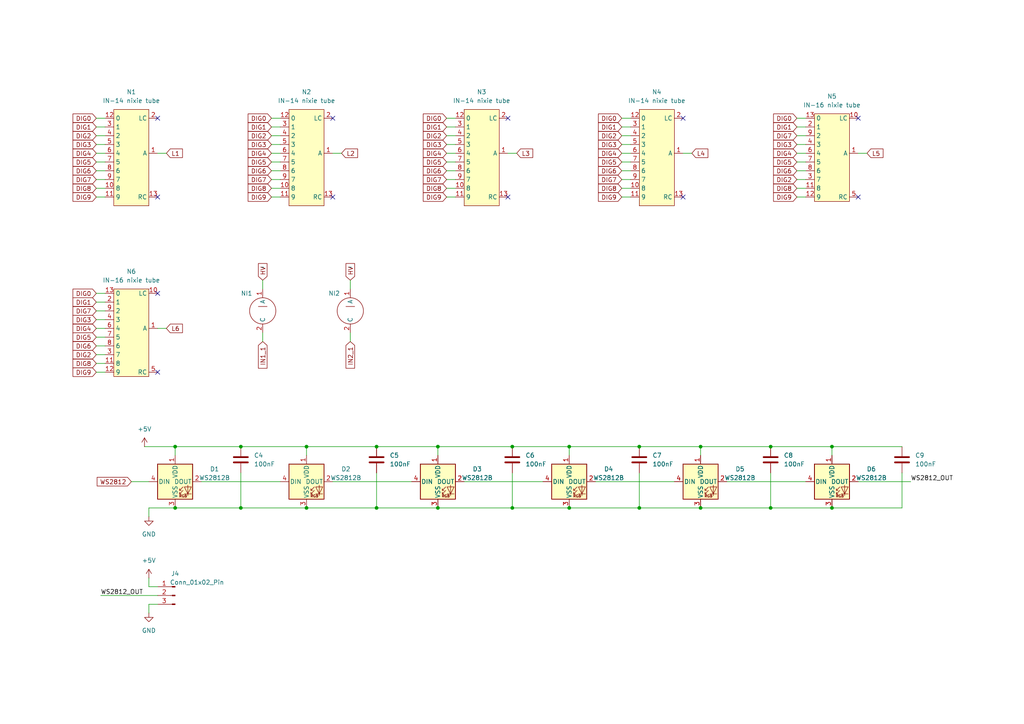
<source format=kicad_sch>
(kicad_sch (version 20231120) (generator "eeschema") (generator_version "8.0")
  (paper "A4")
  (lib_symbols
    (symbol "Connector:Conn_01x03_Pin" (pin_names (offset 1.016) hide)
      (property "Reference" "J" (at 0 5.08 0))
      (property "Value" "Conn_01x03_Pin" (at 0 -5.08 0))
      (symbol "Conn_01x03_Pin_1_1"
        (polyline (pts (xy 1.27 -2.54) (xy 0.8636 -2.54)) (stroke (width 0.1524)))
        (polyline (pts (xy 1.27 0) (xy 0.8636 0)) (stroke (width 0.1524)))
        (polyline (pts (xy 1.27 2.54) (xy 0.8636 2.54)) (stroke (width 0.1524)))
        (rectangle (start 0.8636 -2.413) (end 0 -2.667) (stroke (width 0.1524)) (fill (type outline)))
        (rectangle (start 0.8636 0.127) (end 0 -0.127) (stroke (width 0.1524)) (fill (type outline)))
        (rectangle (start 0.8636 2.667) (end 0 2.413) (stroke (width 0.1524)) (fill (type outline)))
        (pin passive line (at 5.08 2.54 180) (length 3.81) (name "Pin_1") (number "1"))
        (pin passive line (at 5.08 0 180) (length 3.81) (name "Pin_2") (number "2"))
        (pin passive line (at 5.08 -2.54 180) (length 3.81) (name "Pin_3") (number "3"))
      )
    )
    (symbol "Device:C" (pin_numbers hide) (pin_names (offset 0.254))
      (property "Reference" "C" (at 0.635 2.54 0))
      (property "Value" "C" (at 0.635 -2.54 0))
      (symbol "C_0_1"
        (polyline (pts (xy -2.032 -0.762) (xy 2.032 -0.762)) (stroke (width 0.508)))
        (polyline (pts (xy -2.032 0.762) (xy 2.032 0.762)) (stroke (width 0.508)))
      )
      (symbol "C_1_1"
        (pin passive line (at 0 3.81 270) (length 2.794) (name "~") (number "1"))
        (pin passive line (at 0 -3.81 90) (length 2.794) (name "~") (number "2"))
      )
    )
    (symbol "IN-14_nixie_tube_1"
      (property "Reference" "N" (at -2.54 19.05 0))
      (property "Value" "IN-14 nixie tube" (at 0 15.24 0))
      (symbol "IN-14_nixie_tube_1_1_1"
        (rectangle (start -5.08 12.7) (end 5.08 -15.24) (fill (type background)))
        (pin passive line (at 7.62 0 180) (length 2.54) (name "A") (number "1"))
        (pin passive line (at -7.62 -10.16 0) (length 2.54) (name "8") (number "10"))
        (pin passive line (at -7.62 -12.7 0) (length 2.54) (name "9") (number "11"))
        (pin passive line (at -7.62 10.16 0) (length 2.54) (name "0") (number "12"))
        (pin passive line (at 7.62 -12.7 180) (length 2.54) (name "RC") (number "13"))
        (pin passive line (at 7.62 10.16 180) (length 2.54) (name "LC") (number "2"))
        (pin passive line (at -7.62 7.62 0) (length 2.54) (name "1") (number "3"))
        (pin passive line (at -7.62 5.08 0) (length 2.54) (name "2") (number "4"))
        (pin passive line (at -7.62 2.54 0) (length 2.54) (name "3") (number "5"))
        (pin passive line (at -7.62 0 0) (length 2.54) (name "4") (number "6"))
        (pin passive line (at -7.62 -2.54 0) (length 2.54) (name "5") (number "7"))
        (pin passive line (at -7.62 -5.08 0) (length 2.54) (name "6") (number "8"))
        (pin passive line (at -7.62 -7.62 0) (length 2.54) (name "7") (number "9"))
      )
    )
    (symbol "IN-14_nixie_tube_2"
      (property "Reference" "N" (at -2.54 19.05 0))
      (property "Value" "IN-14 nixie tube" (at 0 15.24 0))
      (symbol "IN-14_nixie_tube_2_1_1"
        (rectangle (start -5.08 12.7) (end 5.08 -15.24) (fill (type background)))
        (pin passive line (at 7.62 0 180) (length 2.54) (name "A") (number "1"))
        (pin passive line (at -7.62 -10.16 0) (length 2.54) (name "8") (number "10"))
        (pin passive line (at -7.62 -12.7 0) (length 2.54) (name "9") (number "11"))
        (pin passive line (at -7.62 10.16 0) (length 2.54) (name "0") (number "12"))
        (pin passive line (at 7.62 -12.7 180) (length 2.54) (name "RC") (number "13"))
        (pin passive line (at 7.62 10.16 180) (length 2.54) (name "LC") (number "2"))
        (pin passive line (at -7.62 7.62 0) (length 2.54) (name "1") (number "3"))
        (pin passive line (at -7.62 5.08 0) (length 2.54) (name "2") (number "4"))
        (pin passive line (at -7.62 2.54 0) (length 2.54) (name "3") (number "5"))
        (pin passive line (at -7.62 0 0) (length 2.54) (name "4") (number "6"))
        (pin passive line (at -7.62 -2.54 0) (length 2.54) (name "5") (number "7"))
        (pin passive line (at -7.62 -5.08 0) (length 2.54) (name "6") (number "8"))
        (pin passive line (at -7.62 -7.62 0) (length 2.54) (name "7") (number "9"))
      )
    )
    (symbol "LED:WS2812B" (pin_names (offset 0.254))
      (property "Reference" "D" (at 5.08 5.715 0))
      (property "Value" "WS2812B" (at 1.27 -5.715 0))
      (symbol "WS2812B_0_0"
        (text "RGB" (at 2.286 -4.191 0) (effects (font (size 0.762 0.762))))
      )
      (symbol "WS2812B_0_1"
        (polyline (pts (xy 1.27 -3.556) (xy 1.778 -3.556)))
        (polyline (pts (xy 1.27 -2.54) (xy 1.778 -2.54)))
        (polyline (pts (xy 4.699 -3.556) (xy 2.667 -3.556)))
        (polyline (pts (xy 2.286 -2.54) (xy 1.27 -3.556) (xy 1.27 -3.048)))
        (polyline (pts (xy 2.286 -1.524) (xy 1.27 -2.54) (xy 1.27 -2.032)))
        (polyline (pts (xy 3.683 -1.016) (xy 3.683 -3.556) (xy 3.683 -4.064)))
        (polyline (pts (xy 4.699 -1.524) (xy 2.667 -1.524) (xy 3.683 -3.556) (xy 4.699 -1.524)))
        (rectangle (start 5.08 5.08) (end -5.08 -5.08) (stroke (width 0.254)) (fill (type background)))
      )
      (symbol "WS2812B_1_1"
        (pin power_in line (at 0 7.62 270) (length 2.54) (name "VDD") (number "1"))
        (pin output line (at 7.62 0 180) (length 2.54) (name "DOUT") (number "2"))
        (pin power_in line (at 0 -7.62 90) (length 2.54) (name "VSS") (number "3"))
        (pin input line (at -7.62 0 0) (length 2.54) (name "DIN") (number "4"))
      )
    )
    (symbol "power:+5V" (power) (pin_numbers hide) (pin_names (offset 0) hide)
      (property "Value" "+5V" (at 0 3.556 0))
      (symbol "+5V_0_1"
        (polyline (pts (xy -0.762 1.27) (xy 0 2.54)))
        (polyline (pts (xy 0 0) (xy 0 2.54)))
        (polyline (pts (xy 0 2.54) (xy 0.762 1.27)))
      )
      (symbol "+5V_1_1"
        (pin power_in line (at 0 0 90) (length 0) (name "~") (number "1"))
      )
    )
    (symbol "power:GND" (power) (pin_numbers hide) (pin_names (offset 0) hide)
      (property "Value" "GND" (at 0 -3.81 0))
      (symbol "GND_0_1"
        (polyline (pts (xy 0 0) (xy 0 -1.27) (xy 1.27 -1.27) (xy 0 -2.54) (xy -1.27 -1.27) (xy 0 -1.27)))
      )
      (symbol "GND_1_1"
        (pin power_in line (at 0 0 270) (length 0) (name "~") (number "1"))
      )
    )
    (symbol "project_library:IN-14_nixie_tube"
      (property "Reference" "N" (at -2.54 19.05 0))
      (property "Value" "IN-14 nixie tube" (at 0 15.24 0))
      (symbol "IN-14_nixie_tube_1_1"
        (rectangle (start -5.08 12.7) (end 5.08 -15.24) (fill (type background)))
        (pin passive line (at 7.62 0 180) (length 2.54) (name "A") (number "1"))
        (pin passive line (at -7.62 -10.16 0) (length 2.54) (name "8") (number "10"))
        (pin passive line (at -7.62 -12.7 0) (length 2.54) (name "9") (number "11"))
        (pin passive line (at -7.62 10.16 0) (length 2.54) (name "0") (number "12"))
        (pin passive line (at 7.62 -12.7 180) (length 2.54) (name "RC") (number "13"))
        (pin passive line (at 7.62 10.16 180) (length 2.54) (name "LC") (number "2"))
        (pin passive line (at -7.62 7.62 0) (length 2.54) (name "1") (number "3"))
        (pin passive line (at -7.62 5.08 0) (length 2.54) (name "2") (number "4"))
        (pin passive line (at -7.62 2.54 0) (length 2.54) (name "3") (number "5"))
        (pin passive line (at -7.62 0 0) (length 2.54) (name "4") (number "6"))
        (pin passive line (at -7.62 -2.54 0) (length 2.54) (name "5") (number "7"))
        (pin passive line (at -7.62 -5.08 0) (length 2.54) (name "6") (number "8"))
        (pin passive line (at -7.62 -7.62 0) (length 2.54) (name "7") (number "9"))
      )
    )
    (symbol "project_library:IN-16_nixie_tube"
      (property "Reference" "N" (at -3.81 15.24 0))
      (property "Value" "IN-16 nixie tube" (at 0 -15.24 0))
      (symbol "IN-16_nixie_tube_1_1"
        (rectangle (start -5.08 12.7) (end 5.08 -12.7) (fill (type background)))
        (pin passive line (at 7.62 1.27 180) (length 2.54) (name "A") (number "1"))
        (pin passive line (at 7.62 11.43 180) (length 2.54) (name "LC") (number "10"))
        (pin passive line (at -7.62 -8.89 0) (length 2.54) (name "8") (number "11"))
        (pin passive line (at -7.62 -11.43 0) (length 2.54) (name "9") (number "12"))
        (pin passive line (at -7.62 11.43 0) (length 2.54) (name "0") (number "13"))
        (pin passive line (at -7.62 8.89 0) (length 2.54) (name "1") (number "2"))
        (pin passive line (at -7.62 -6.35 0) (length 2.54) (name "7") (number "3"))
        (pin passive line (at -7.62 3.81 0) (length 2.54) (name "3") (number "4"))
        (pin passive line (at 7.62 -11.43 180) (length 2.54) (name "RC") (number "5"))
        (pin passive line (at -7.62 1.27 0) (length 2.54) (name "4") (number "6"))
        (pin passive line (at -7.62 -1.27 0) (length 2.54) (name "5") (number "7"))
        (pin passive line (at -7.62 -3.81 0) (length 2.54) (name "6") (number "8"))
        (pin passive line (at -7.62 6.35 0) (length 2.54) (name "2") (number "9"))
      )
    )
    (symbol "project_library:IN-3_indicator"
      (property "Reference" "NI" (at -3.81 5.08 0))
      (property "Value" "IN-3 indicator" (at 0 12.7 0))
      (symbol "IN-3_indicator_0_1"
        (polyline (pts (xy -1.27 1.27) (xy 1.27 1.27)))
        (circle (center 0 0) (radius 3.81))
      )
      (symbol "IN-3_indicator_1_1"
        (pin passive line (at 0 6.35 270) (length 2.54) (name "A") (number "1"))
        (pin passive line (at 0 -6.35 90) (length 2.54) (name "C") (number "2"))
      )
    )
  )
  (junction (at 50.8 129.54))
  (junction (at 165.1 147.32))
  (junction (at 185.42 129.54))
  (junction (at 69.85 129.54))
  (junction (at 223.52 129.54))
  (junction (at 241.3 129.54))
  (junction (at 241.3 147.32))
  (junction (at 127 147.32))
  (junction (at 88.9 147.32))
  (junction (at 185.42 147.32))
  (junction (at 223.52 147.32))
  (junction (at 148.59 129.54))
  (junction (at 50.8 147.32))
  (junction (at 109.22 129.54))
  (junction (at 203.2 129.54))
  (junction (at 69.85 147.32))
  (junction (at 148.59 147.32))
  (junction (at 165.1 129.54))
  (junction (at 127 129.54))
  (junction (at 203.2 147.32))
  (junction (at 109.22 147.32))
  (junction (at 88.9 129.54))
  (no_connect (at 248.92 57.15))
  (no_connect (at 45.72 107.95))
  (no_connect (at 147.32 34.29))
  (no_connect (at 45.72 57.15))
  (no_connect (at 45.72 34.29))
  (no_connect (at 147.32 57.15))
  (no_connect (at 96.52 34.29))
  (no_connect (at 248.92 34.29))
  (no_connect (at 96.52 57.15))
  (no_connect (at 198.12 57.15))
  (no_connect (at 198.12 34.29))
  (no_connect (at 45.72 85.09))
  (wire (pts (xy 27.94 107.95) (xy 30.48 107.95)))
  (wire (pts (xy 27.94 85.09) (xy 30.48 85.09)))
  (wire (pts (xy 27.94 87.63) (xy 30.48 87.63)))
  (wire (pts (xy 180.34 39.37) (xy 182.88 39.37)))
  (wire (pts (xy 261.62 137.16) (xy 261.62 147.32)))
  (wire (pts (xy 203.2 129.54) (xy 223.52 129.54)))
  (wire (pts (xy 203.2 147.32) (xy 223.52 147.32)))
  (wire (pts (xy 43.18 147.32) (xy 50.8 147.32)))
  (wire (pts (xy 231.14 34.29) (xy 233.68 34.29)))
  (wire (pts (xy 27.94 92.71) (xy 30.48 92.71)))
  (wire (pts (xy 248.92 44.45) (xy 251.46 44.45)))
  (wire (pts (xy 27.94 95.25) (xy 30.48 95.25)))
  (wire (pts (xy 231.14 36.83) (xy 233.68 36.83)))
  (wire (pts (xy 43.18 170.18) (xy 43.18 167.64)))
  (wire (pts (xy 76.2 81.28) (xy 76.2 83.82)))
  (wire (pts (xy 223.52 129.54) (xy 241.3 129.54)))
  (wire (pts (xy 109.22 147.32) (xy 127 147.32)))
  (wire (pts (xy 78.74 46.99) (xy 81.28 46.99)))
  (wire (pts (xy 231.14 49.53) (xy 233.68 49.53)))
  (wire (pts (xy 78.74 54.61) (xy 81.28 54.61)))
  (wire (pts (xy 148.59 129.54) (xy 165.1 129.54)))
  (wire (pts (xy 185.42 137.16) (xy 185.42 147.32)))
  (wire (pts (xy 27.94 105.41) (xy 30.48 105.41)))
  (wire (pts (xy 231.14 52.07) (xy 233.68 52.07)))
  (wire (pts (xy 27.94 46.99) (xy 30.48 46.99)))
  (wire (pts (xy 27.94 57.15) (xy 30.48 57.15)))
  (wire (pts (xy 180.34 49.53) (xy 182.88 49.53)))
  (wire (pts (xy 261.62 147.32) (xy 241.3 147.32)))
  (wire (pts (xy 50.8 147.32) (xy 69.85 147.32)))
  (wire (pts (xy 78.74 39.37) (xy 81.28 39.37)))
  (wire (pts (xy 134.62 139.7) (xy 157.48 139.7)))
  (wire (pts (xy 180.34 52.07) (xy 182.88 52.07)))
  (wire (pts (xy 27.94 90.17) (xy 30.48 90.17)))
  (wire (pts (xy 231.14 39.37) (xy 233.68 39.37)))
  (wire (pts (xy 180.34 34.29) (xy 182.88 34.29)))
  (wire (pts (xy 43.18 175.26) (xy 45.72 175.26)))
  (wire (pts (xy 27.94 52.07) (xy 30.48 52.07)))
  (wire (pts (xy 231.14 44.45) (xy 233.68 44.45)))
  (wire (pts (xy 127 147.32) (xy 148.59 147.32)))
  (wire (pts (xy 78.74 41.91) (xy 81.28 41.91)))
  (wire (pts (xy 223.52 147.32) (xy 241.3 147.32)))
  (wire (pts (xy 69.85 129.54) (xy 88.9 129.54)))
  (wire (pts (xy 27.94 41.91) (xy 30.48 41.91)))
  (wire (pts (xy 109.22 129.54) (xy 127 129.54)))
  (wire (pts (xy 129.54 52.07) (xy 132.08 52.07)))
  (wire (pts (xy 101.6 99.06) (xy 101.6 96.52)))
  (wire (pts (xy 27.94 36.83) (xy 30.48 36.83)))
  (wire (pts (xy 127 129.54) (xy 127 132.08)))
  (wire (pts (xy 210.82 139.7) (xy 233.68 139.7)))
  (wire (pts (xy 231.14 54.61) (xy 233.68 54.61)))
  (wire (pts (xy 78.74 44.45) (xy 81.28 44.45)))
  (wire (pts (xy 172.72 139.7) (xy 195.58 139.7)))
  (wire (pts (xy 127 129.54) (xy 148.59 129.54)))
  (wire (pts (xy 147.32 44.45) (xy 149.86 44.45)))
  (wire (pts (xy 43.18 147.32) (xy 43.18 149.86)))
  (wire (pts (xy 248.92 139.7) (xy 264.16 139.7)))
  (wire (pts (xy 27.94 39.37) (xy 30.48 39.37)))
  (wire (pts (xy 129.54 34.29) (xy 132.08 34.29)))
  (wire (pts (xy 27.94 34.29) (xy 30.48 34.29)))
  (wire (pts (xy 180.34 36.83) (xy 182.88 36.83)))
  (wire (pts (xy 45.72 170.18) (xy 43.18 170.18)))
  (wire (pts (xy 78.74 57.15) (xy 81.28 57.15)))
  (wire (pts (xy 180.34 44.45) (xy 182.88 44.45)))
  (wire (pts (xy 148.59 147.32) (xy 165.1 147.32)))
  (wire (pts (xy 129.54 46.99) (xy 132.08 46.99)))
  (wire (pts (xy 96.52 44.45) (xy 99.06 44.45)))
  (wire (pts (xy 241.3 129.54) (xy 241.3 132.08)))
  (wire (pts (xy 165.1 129.54) (xy 185.42 129.54)))
  (wire (pts (xy 43.18 177.8) (xy 43.18 175.26)))
  (wire (pts (xy 41.91 129.54) (xy 50.8 129.54)))
  (wire (pts (xy 129.54 41.91) (xy 132.08 41.91)))
  (wire (pts (xy 223.52 137.16) (xy 223.52 147.32)))
  (wire (pts (xy 27.94 44.45) (xy 30.48 44.45)))
  (wire (pts (xy 27.94 102.87) (xy 30.48 102.87)))
  (wire (pts (xy 78.74 49.53) (xy 81.28 49.53)))
  (wire (pts (xy 88.9 129.54) (xy 88.9 132.08)))
  (wire (pts (xy 129.54 44.45) (xy 132.08 44.45)))
  (wire (pts (xy 78.74 52.07) (xy 81.28 52.07)))
  (wire (pts (xy 231.14 46.99) (xy 233.68 46.99)))
  (wire (pts (xy 101.6 81.28) (xy 101.6 83.82)))
  (wire (pts (xy 180.34 46.99) (xy 182.88 46.99)))
  (wire (pts (xy 148.59 137.16) (xy 148.59 147.32)))
  (wire (pts (xy 45.72 95.25) (xy 48.26 95.25)))
  (wire (pts (xy 96.52 139.7) (xy 119.38 139.7)))
  (wire (pts (xy 165.1 129.54) (xy 165.1 132.08)))
  (wire (pts (xy 129.54 36.83) (xy 132.08 36.83)))
  (wire (pts (xy 78.74 34.29) (xy 81.28 34.29)))
  (wire (pts (xy 180.34 41.91) (xy 182.88 41.91)))
  (wire (pts (xy 129.54 49.53) (xy 132.08 49.53)))
  (wire (pts (xy 241.3 129.54) (xy 261.62 129.54)))
  (wire (pts (xy 109.22 137.16) (xy 109.22 147.32)))
  (wire (pts (xy 203.2 129.54) (xy 185.42 129.54)))
  (wire (pts (xy 29.21 172.72) (xy 45.72 172.72)))
  (wire (pts (xy 203.2 129.54) (xy 203.2 132.08)))
  (wire (pts (xy 231.14 41.91) (xy 233.68 41.91)))
  (wire (pts (xy 129.54 39.37) (xy 132.08 39.37)))
  (wire (pts (xy 185.42 147.32) (xy 203.2 147.32)))
  (wire (pts (xy 69.85 137.16) (xy 69.85 147.32)))
  (wire (pts (xy 180.34 57.15) (xy 182.88 57.15)))
  (wire (pts (xy 180.34 54.61) (xy 182.88 54.61)))
  (wire (pts (xy 198.12 44.45) (xy 200.66 44.45)))
  (wire (pts (xy 231.14 57.15) (xy 233.68 57.15)))
  (wire (pts (xy 27.94 49.53) (xy 30.48 49.53)))
  (wire (pts (xy 50.8 129.54) (xy 50.8 132.08)))
  (wire (pts (xy 50.8 129.54) (xy 69.85 129.54)))
  (wire (pts (xy 129.54 54.61) (xy 132.08 54.61)))
  (wire (pts (xy 38.1 139.7) (xy 43.18 139.7)))
  (wire (pts (xy 76.2 99.06) (xy 76.2 96.52)))
  (wire (pts (xy 129.54 57.15) (xy 132.08 57.15)))
  (wire (pts (xy 27.94 54.61) (xy 30.48 54.61)))
  (wire (pts (xy 88.9 147.32) (xy 109.22 147.32)))
  (wire (pts (xy 27.94 97.79) (xy 30.48 97.79)))
  (wire (pts (xy 78.74 36.83) (xy 81.28 36.83)))
  (wire (pts (xy 69.85 147.32) (xy 88.9 147.32)))
  (wire (pts (xy 58.42 139.7) (xy 81.28 139.7)))
  (wire (pts (xy 88.9 129.54) (xy 109.22 129.54)))
  (wire (pts (xy 27.94 100.33) (xy 30.48 100.33)))
  (wire (pts (xy 165.1 147.32) (xy 185.42 147.32)))
  (wire (pts (xy 45.72 44.45) (xy 48.26 44.45)))
  (label "WS2812_OUT" (at 29.21 172.72 0))
  (label "WS2812_OUT" (at 264.16 139.7 0))
  (global_label "DIG6" (shape input) (at 129.54 49.53 180) (property "Intersheetrefs" "${INTERSHEET_REFS}" (effects (hide yes))))
  (global_label "DIG9" (shape input) (at 129.54 57.15 180) (property "Intersheetrefs" "${INTERSHEET_REFS}" (effects (hide yes))))
  (global_label "L2" (shape input) (at 99.06 44.45 0) (property "Intersheetrefs" "${INTERSHEET_REFS}" (effects (hide yes))))
  (global_label "DIG3" (shape input) (at 129.54 41.91 180) (property "Intersheetrefs" "${INTERSHEET_REFS}" (effects (hide yes))))
  (global_label "L3" (shape input) (at 149.86 44.45 0) (property "Intersheetrefs" "${INTERSHEET_REFS}" (effects (hide yes))))
  (global_label "DIG0" (shape input) (at 78.74 34.29 180) (property "Intersheetrefs" "${INTERSHEET_REFS}" (effects (hide yes))))
  (global_label "DIG4" (shape input) (at 129.54 44.45 180) (property "Intersheetrefs" "${INTERSHEET_REFS}" (effects (hide yes))))
  (global_label "DIG8" (shape input) (at 180.34 54.61 180) (property "Intersheetrefs" "${INTERSHEET_REFS}" (effects (hide yes))))
  (global_label "DIG1" (shape input) (at 180.34 36.83 180) (property "Intersheetrefs" "${INTERSHEET_REFS}" (effects (hide yes))))
  (global_label "DIG6" (shape input) (at 180.34 49.53 180) (property "Intersheetrefs" "${INTERSHEET_REFS}" (effects (hide yes))))
  (global_label "DIG0" (shape input) (at 27.94 34.29 180) (property "Intersheetrefs" "${INTERSHEET_REFS}" (effects (hide yes))))
  (global_label "DIG9" (shape input) (at 180.34 57.15 180) (property "Intersheetrefs" "${INTERSHEET_REFS}" (effects (hide yes))))
  (global_label "DIG2" (shape input) (at 231.14 52.07 180) (property "Intersheetrefs" "${INTERSHEET_REFS}" (effects (hide yes))))
  (global_label "DIG8" (shape input) (at 27.94 54.61 180) (property "Intersheetrefs" "${INTERSHEET_REFS}" (effects (hide yes))))
  (global_label "DIG3" (shape input) (at 78.74 41.91 180) (property "Intersheetrefs" "${INTERSHEET_REFS}" (effects (hide yes))))
  (global_label "DIG6" (shape input) (at 78.74 49.53 180) (property "Intersheetrefs" "${INTERSHEET_REFS}" (effects (hide yes))))
  (global_label "DIG5" (shape input) (at 180.34 46.99 180) (property "Intersheetrefs" "${INTERSHEET_REFS}" (effects (hide yes))))
  (global_label "DIG5" (shape input) (at 78.74 46.99 180) (property "Intersheetrefs" "${INTERSHEET_REFS}" (effects (hide yes))))
  (global_label "DIG3" (shape input) (at 27.94 41.91 180) (property "Intersheetrefs" "${INTERSHEET_REFS}" (effects (hide yes))))
  (global_label "L6" (shape input) (at 48.26 95.25 0) (property "Intersheetrefs" "${INTERSHEET_REFS}" (effects (hide yes))))
  (global_label "HV" (shape input) (at 101.6 81.28 90) (property "Intersheetrefs" "${INTERSHEET_REFS}" (effects (hide yes))))
  (global_label "DIG3" (shape input) (at 27.94 92.71 180) (property "Intersheetrefs" "${INTERSHEET_REFS}" (effects (hide yes))))
  (global_label "DIG1" (shape input) (at 129.54 36.83 180) (property "Intersheetrefs" "${INTERSHEET_REFS}" (effects (hide yes))))
  (global_label "DIG1" (shape input) (at 27.94 87.63 180) (property "Intersheetrefs" "${INTERSHEET_REFS}" (effects (hide yes))))
  (global_label "DIG7" (shape input) (at 180.34 52.07 180) (property "Intersheetrefs" "${INTERSHEET_REFS}" (effects (hide yes))))
  (global_label "DIG1" (shape input) (at 78.74 36.83 180) (property "Intersheetrefs" "${INTERSHEET_REFS}" (effects (hide yes))))
  (global_label "DIG5" (shape input) (at 27.94 46.99 180) (property "Intersheetrefs" "${INTERSHEET_REFS}" (effects (hide yes))))
  (global_label "DIG7" (shape input) (at 27.94 52.07 180) (property "Intersheetrefs" "${INTERSHEET_REFS}" (effects (hide yes))))
  (global_label "DIG4" (shape input) (at 231.14 44.45 180) (property "Intersheetrefs" "${INTERSHEET_REFS}" (effects (hide yes))))
  (global_label "DIG6" (shape input) (at 27.94 49.53 180) (property "Intersheetrefs" "${INTERSHEET_REFS}" (effects (hide yes))))
  (global_label "DIG2" (shape input) (at 78.74 39.37 180) (property "Intersheetrefs" "${INTERSHEET_REFS}" (effects (hide yes))))
  (global_label "DIG7" (shape input) (at 129.54 52.07 180) (property "Intersheetrefs" "${INTERSHEET_REFS}" (effects (hide yes))))
  (global_label "IN1_1" (shape input) (at 76.2 99.06 270) (property "Intersheetrefs" "${INTERSHEET_REFS}" (effects (hide yes))))
  (global_label "DIG6" (shape input) (at 231.14 49.53 180) (property "Intersheetrefs" "${INTERSHEET_REFS}" (effects (hide yes))))
  (global_label "L4" (shape input) (at 200.66 44.45 0) (property "Intersheetrefs" "${INTERSHEET_REFS}" (effects (hide yes))))
  (global_label "DIG4" (shape input) (at 27.94 44.45 180) (property "Intersheetrefs" "${INTERSHEET_REFS}" (effects (hide yes))))
  (global_label "DIG6" (shape input) (at 27.94 100.33 180) (property "Intersheetrefs" "${INTERSHEET_REFS}" (effects (hide yes))))
  (global_label "DIG8" (shape input) (at 27.94 105.41 180) (property "Intersheetrefs" "${INTERSHEET_REFS}" (effects (hide yes))))
  (global_label "DIG1" (shape input) (at 27.94 36.83 180) (property "Intersheetrefs" "${INTERSHEET_REFS}" (effects (hide yes))))
  (global_label "DIG4" (shape input) (at 78.74 44.45 180) (property "Intersheetrefs" "${INTERSHEET_REFS}" (effects (hide yes))))
  (global_label "DIG0" (shape input) (at 180.34 34.29 180) (property "Intersheetrefs" "${INTERSHEET_REFS}" (effects (hide yes))))
  (global_label "DIG5" (shape input) (at 129.54 46.99 180) (property "Intersheetrefs" "${INTERSHEET_REFS}" (effects (hide yes))))
  (global_label "DIG4" (shape input) (at 27.94 95.25 180) (property "Intersheetrefs" "${INTERSHEET_REFS}" (effects (hide yes))))
  (global_label "DIG9" (shape input) (at 27.94 57.15 180) (property "Intersheetrefs" "${INTERSHEET_REFS}" (effects (hide yes))))
  (global_label "DIG2" (shape input) (at 27.94 102.87 180) (property "Intersheetrefs" "${INTERSHEET_REFS}" (effects (hide yes))))
  (global_label "L1" (shape input) (at 48.26 44.45 0) (property "Intersheetrefs" "${INTERSHEET_REFS}" (effects (hide yes))))
  (global_label "DIG0" (shape input) (at 27.94 85.09 180) (property "Intersheetrefs" "${INTERSHEET_REFS}" (effects (hide yes))))
  (global_label "DIG4" (shape input) (at 180.34 44.45 180) (property "Intersheetrefs" "${INTERSHEET_REFS}" (effects (hide yes))))
  (global_label "DIG2" (shape input) (at 27.94 39.37 180) (property "Intersheetrefs" "${INTERSHEET_REFS}" (effects (hide yes))))
  (global_label "DIG9" (shape input) (at 27.94 107.95 180) (property "Intersheetrefs" "${INTERSHEET_REFS}" (effects (hide yes))))
  (global_label "DIG2" (shape input) (at 180.34 39.37 180) (property "Intersheetrefs" "${INTERSHEET_REFS}" (effects (hide yes))))
  (global_label "DIG3" (shape input) (at 180.34 41.91 180) (property "Intersheetrefs" "${INTERSHEET_REFS}" (effects (hide yes))))
  (global_label "DIG1" (shape input) (at 231.14 36.83 180) (property "Intersheetrefs" "${INTERSHEET_REFS}" (effects (hide yes))))
  (global_label "DIG2" (shape input) (at 129.54 39.37 180) (property "Intersheetrefs" "${INTERSHEET_REFS}" (effects (hide yes))))
  (global_label "HV" (shape input) (at 76.2 81.28 90) (property "Intersheetrefs" "${INTERSHEET_REFS}" (effects (hide yes))))
  (global_label "WS2812" (shape input) (at 38.1 139.7 180) (property "Intersheetrefs" "${INTERSHEET_REFS}" (effects (hide yes))))
  (global_label "DIG9" (shape input) (at 231.14 57.15 180) (property "Intersheetrefs" "${INTERSHEET_REFS}" (effects (hide yes))))
  (global_label "DIG8" (shape input) (at 129.54 54.61 180) (property "Intersheetrefs" "${INTERSHEET_REFS}" (effects (hide yes))))
  (global_label "IN2_1" (shape input) (at 101.6 99.06 270) (property "Intersheetrefs" "${INTERSHEET_REFS}" (effects (hide yes))))
  (global_label "DIG5" (shape input) (at 27.94 97.79 180) (property "Intersheetrefs" "${INTERSHEET_REFS}" (effects (hide yes))))
  (global_label "DIG8" (shape input) (at 231.14 54.61 180) (property "Intersheetrefs" "${INTERSHEET_REFS}" (effects (hide yes))))
  (global_label "DIG9" (shape input) (at 78.74 57.15 180) (property "Intersheetrefs" "${INTERSHEET_REFS}" (effects (hide yes))))
  (global_label "DIG7" (shape input) (at 231.14 39.37 180) (property "Intersheetrefs" "${INTERSHEET_REFS}" (effects (hide yes))))
  (global_label "L5" (shape input) (at 251.46 44.45 0) (property "Intersheetrefs" "${INTERSHEET_REFS}" (effects (hide yes))))
  (global_label "DIG0" (shape input) (at 231.14 34.29 180) (property "Intersheetrefs" "${INTERSHEET_REFS}" (effects (hide yes))))
  (global_label "DIG5" (shape input) (at 231.14 46.99 180) (property "Intersheetrefs" "${INTERSHEET_REFS}" (effects (hide yes))))
  (global_label "DIG3" (shape input) (at 231.14 41.91 180) (property "Intersheetrefs" "${INTERSHEET_REFS}" (effects (hide yes))))
  (global_label "DIG0" (shape input) (at 129.54 34.29 180) (property "Intersheetrefs" "${INTERSHEET_REFS}" (effects (hide yes))))
  (global_label "DIG8" (shape input) (at 78.74 54.61 180) (property "Intersheetrefs" "${INTERSHEET_REFS}" (effects (hide yes))))
  (global_label "DIG7" (shape input) (at 78.74 52.07 180) (property "Intersheetrefs" "${INTERSHEET_REFS}" (effects (hide yes))))
  (global_label "DIG7" (shape input) (at 27.94 90.17 180) (property "Intersheetrefs" "${INTERSHEET_REFS}" (effects (hide yes))))
  (symbol (lib_id "power:GND") (at 43.18 177.8 0) (unit 1)
    (property "Reference" "#PWR029" (effects (hide yes)))
    (property "Value" "GND" (at 43.18 182.88 0))
    (property "Description" "Power symbol creates a global label with name \"GND\" , ground" (effects (hide yes)))
  )
  (symbol (lib_id "Device:C") (at 148.59 133.35 0) (unit 1)
    (property "Reference" "C6" (at 152.4 132.08 0) (effects (justify left)))
    (property "Value" "100nF" (at 152.4 134.62 0) (effects (justify left)))
    (property "Footprint" "Capacitor_SMD:C_0805_2012Metric_Pad1.18x1.45mm_HandSolder" (effects (hide yes)))
  )
  (symbol (lib_id "Device:C") (at 109.22 133.35 0) (unit 1)
    (property "Reference" "C5" (at 113.03 132.08 0) (effects (justify left)))
    (property "Value" "100nF" (at 113.03 134.62 0) (effects (justify left)))
    (property "Footprint" "Capacitor_SMD:C_0805_2012Metric_Pad1.18x1.45mm_HandSolder" (effects (hide yes)))
  )
  (symbol (lib_id "project_library:IN-14_nixie_tube") (at 190.5 44.45 0) (unit 1)
    (property "Reference" "N4" (at 190.5 26.67 0))
    (property "Value" "IN-14 nixie tube" (at 190.5 29.21 0))
    (property "Footprint" "project_library:IN-14_nixie_tube" (effects (hide yes)))
  )
  (symbol (lib_id "LED:WS2812B") (at 203.2 139.7 0) (unit 1)
    (property "Reference" "D5" (at 214.63 136.0521 0))
    (property "Value" "WS2812B" (at 214.63 138.5921 0))
    (property "Footprint" "project_library:SK6812_mini" (effects (hide yes)))
    (property "Datasheet" "https://cdn-shop.adafruit.com/datasheets/WS2812B.pdf" (effects (hide yes)))
  )
  (symbol (lib_id "Connector:Conn_01x03_Pin") (at 50.8 172.72 0) (mirror y) (unit 1)
    (property "Reference" "J4" (at 50.8 166.37 0))
    (property "Value" "Conn_01x02_Pin" (at 57.15 168.91 0))
    (property "Footprint" "Connector_PinHeader_2.54mm:PinHeader_1x03_P2.54mm_Vertical" (effects (hide yes)))
  )
  (symbol (lib_id "power:+5V") (at 43.18 167.64 0) (unit 1)
    (property "Reference" "#PWR028" (effects (hide yes)))
    (property "Value" "+5V" (at 43.18 162.56 0))
    (property "Description" "Power symbol creates a global label with name \"+5V\"" (effects (hide yes)))
  )
  (symbol (lib_name "IN-14_nixie_tube_2") (lib_id "project_library:IN-14_nixie_tube") (at 88.9 44.45 0) (unit 1)
    (property "Reference" "N2" (at 88.9 26.67 0))
    (property "Value" "IN-14 nixie tube" (at 88.9 29.21 0))
    (property "Footprint" "project_library:IN-14_nixie_tube" (effects (hide yes)))
  )
  (symbol (lib_id "project_library:IN-3_indicator") (at 76.2 90.17 0) (unit 1)
    (property "Reference" "NI1" (at 69.85 85.09 0) (effects (justify left)))
    (property "Value" "~" (at 76.2 77.47 0))
    (property "Footprint" "project_library:IN-3_indicator" (effects (hide yes)))
  )
  (symbol (lib_id "LED:WS2812B") (at 50.8 139.7 0) (unit 1)
    (property "Reference" "D1" (at 62.23 136.0521 0))
    (property "Value" "WS2812B" (at 62.23 138.5921 0))
    (property "Footprint" "project_library:SK6812_mini" (effects (hide yes)))
    (property "Datasheet" "https://cdn-shop.adafruit.com/datasheets/WS2812B.pdf" (effects (hide yes)))
  )
  (symbol (lib_id "project_library:IN-3_indicator") (at 101.6 90.17 0) (unit 1)
    (property "Reference" "NI2" (at 95.25 85.09 0) (effects (justify left)))
    (property "Value" "~" (at 101.6 77.47 0))
    (property "Footprint" "project_library:IN-3_indicator" (effects (hide yes)))
  )
  (symbol (lib_id "LED:WS2812B") (at 127 139.7 0) (unit 1)
    (property "Reference" "D3" (at 138.43 136.0521 0))
    (property "Value" "WS2812B" (at 138.43 138.5921 0))
    (property "Footprint" "project_library:SK6812_mini" (effects (hide yes)))
    (property "Datasheet" "https://cdn-shop.adafruit.com/datasheets/WS2812B.pdf" (effects (hide yes)))
  )
  (symbol (lib_id "LED:WS2812B") (at 88.9 139.7 0) (unit 1)
    (property "Reference" "D2" (at 100.33 136.0521 0))
    (property "Value" "WS2812B" (at 100.33 138.5921 0))
    (property "Footprint" "project_library:SK6812_mini" (effects (hide yes)))
    (property "Datasheet" "https://cdn-shop.adafruit.com/datasheets/WS2812B.pdf" (effects (hide yes)))
  )
  (symbol (lib_id "project_library:IN-16_nixie_tube") (at 241.3 45.72 0) (unit 1)
    (property "Reference" "N5" (at 241.3 27.94 0))
    (property "Value" "IN-16 nixie tube" (at 241.3 30.48 0))
    (property "Footprint" "project_library:IN-16_nixie_tube" (effects (hide yes)))
  )
  (symbol (lib_id "Device:C") (at 69.85 133.35 0) (unit 1)
    (property "Reference" "C4" (at 73.66 132.08 0) (effects (justify left)))
    (property "Value" "100nF" (at 73.66 134.62 0) (effects (justify left)))
    (property "Footprint" "Capacitor_SMD:C_0805_2012Metric_Pad1.18x1.45mm_HandSolder" (effects (hide yes)))
  )
  (symbol (lib_id "Device:C") (at 185.42 133.35 0) (unit 1)
    (property "Reference" "C7" (at 189.23 132.08 0) (effects (justify left)))
    (property "Value" "100nF" (at 189.23 134.62 0) (effects (justify left)))
    (property "Footprint" "Capacitor_SMD:C_0805_2012Metric_Pad1.18x1.45mm_HandSolder" (effects (hide yes)))
  )
  (symbol (lib_id "project_library:IN-16_nixie_tube") (at 38.1 96.52 0) (unit 1)
    (property "Reference" "N6" (at 38.1 78.74 0))
    (property "Value" "IN-16 nixie tube" (at 38.1 81.28 0))
    (property "Footprint" "project_library:IN-16_nixie_tube" (effects (hide yes)))
  )
  (symbol (lib_id "project_library:IN-14_nixie_tube") (at 139.7 44.45 0) (unit 1)
    (property "Reference" "N3" (at 139.7 26.67 0))
    (property "Value" "IN-14 nixie tube" (at 139.7 29.21 0))
    (property "Footprint" "project_library:IN-14_nixie_tube" (effects (hide yes)))
  )
  (symbol (lib_id "Device:C") (at 223.52 133.35 0) (unit 1)
    (property "Reference" "C8" (at 227.33 132.08 0) (effects (justify left)))
    (property "Value" "100nF" (at 227.33 134.62 0) (effects (justify left)))
    (property "Footprint" "Capacitor_SMD:C_0805_2012Metric_Pad1.18x1.45mm_HandSolder" (effects (hide yes)))
  )
  (symbol (lib_id "power:GND") (at 43.18 149.86 0) (unit 1)
    (property "Reference" "#PWR026" (effects (hide yes)))
    (property "Value" "GND" (at 43.18 154.94 0))
    (property "Description" "Power symbol creates a global label with name \"GND\" , ground" (effects (hide yes)))
  )
  (symbol (lib_id "LED:WS2812B") (at 165.1 139.7 0) (unit 1)
    (property "Reference" "D4" (at 176.53 136.0521 0))
    (property "Value" "WS2812B" (at 176.53 138.5921 0))
    (property "Footprint" "project_library:SK6812_mini" (effects (hide yes)))
    (property "Datasheet" "https://cdn-shop.adafruit.com/datasheets/WS2812B.pdf" (effects (hide yes)))
  )
  (symbol (lib_id "Device:C") (at 261.62 133.35 0) (unit 1)
    (property "Reference" "C9" (at 265.43 132.08 0) (effects (justify left)))
    (property "Value" "100nF" (at 265.43 134.62 0) (effects (justify left)))
    (property "Footprint" "Capacitor_SMD:C_0805_2012Metric_Pad1.18x1.45mm_HandSolder" (effects (hide yes)))
  )
  (symbol (lib_id "power:+5V") (at 41.91 129.54 0) (unit 1)
    (property "Reference" "#PWR025" (effects (hide yes)))
    (property "Value" "+5V" (at 41.91 124.46 0))
    (property "Description" "Power symbol creates a global label with name \"+5V\"" (effects (hide yes)))
  )
  (symbol (lib_name "IN-14_nixie_tube_1") (lib_id "project_library:IN-14_nixie_tube") (at 38.1 44.45 0) (unit 1)
    (property "Reference" "N1" (at 38.1 26.67 0))
    (property "Value" "IN-14 nixie tube" (at 38.1 29.21 0))
    (property "Footprint" "project_library:IN-14_nixie_tube" (effects (hide yes)))
  )
  (symbol (lib_id "LED:WS2812B") (at 241.3 139.7 0) (unit 1)
    (property "Reference" "D6" (at 252.73 136.0521 0))
    (property "Value" "WS2812B" (at 252.73 138.5921 0))
    (property "Footprint" "project_library:SK6812_mini" (effects (hide yes)))
    (property "Datasheet" "https://cdn-shop.adafruit.com/datasheets/WS2812B.pdf" (effects (hide yes)))
  )
)
</source>
